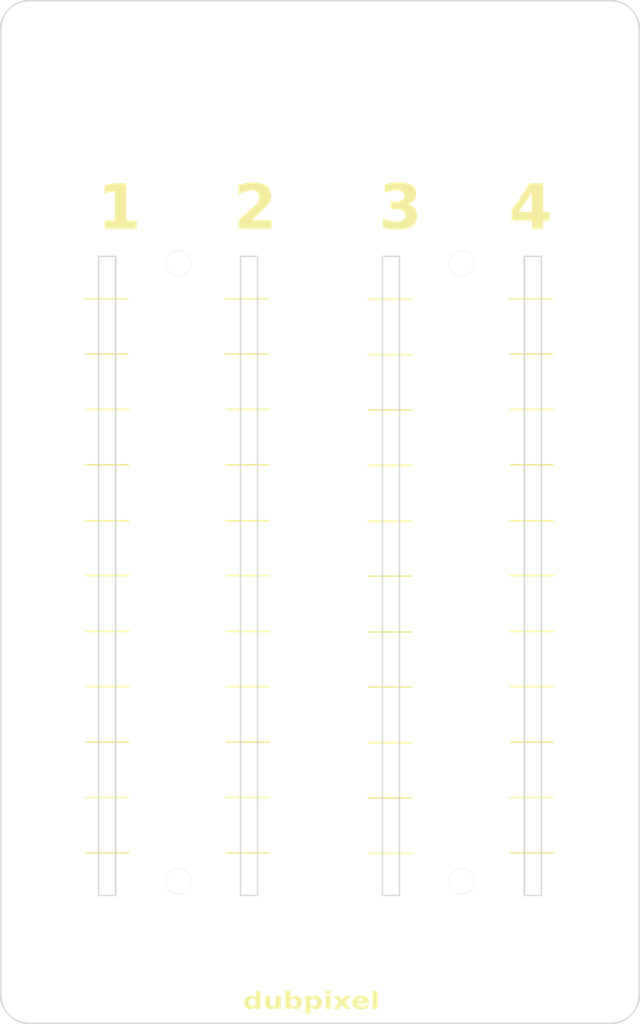
<source format=kicad_pcb>
(kicad_pcb (version 20240108) (generator "pcbnew") (generator_version "8.0")
  (layers (0 "F.Cu" signal) (31 "B.Cu" signal) (34 "B.Paste" user) (35 "F.Paste" user) (36 "B.SilkS" user "B.Silkscreen") (37 "F.SilkS" user "F.Silkscreen") (38 "B.Mask" user) (39 "F.Mask" user) (44 "Edge.Cuts" user))
  (net 0 "")
  (footprint "MountingHole:MountingHole_4.3mm_M4_ISO14580" (layer "F.Cu") (at 59.45 60.85)
    (property "Reference" "REF**" (hide yes))
    (property "Value" "MountingHole_4.3mm_M4_ISO14580")
    (pad "" np_thru_hole circle (at 0 0) (size 4.3 4.3) (drill 4.3) (layers "*.Cu" "*.Mask"))
  )
  (footprint "MountingHole:MountingHole_4.3mm_M4_ISO14580" (layer "F.Cu") (at 110.25 171.3)
    (property "Reference" "REF**" (hide yes))
    (property "Value" "MountingHole_4.3mm_M4_ISO14580")
    (pad "" np_thru_hole circle (at 0 0) (size 4.3 4.3) (drill 4.3) (layers "*.Cu" "*.Mask"))
  )
  (footprint "MountingHole:MountingHole_4.3mm_M4_ISO14580" (layer "F.Cu") (at 110.25 60.85)
    (property "Reference" "REF**" (hide yes))
    (property "Value" "MountingHole_4.3mm_M4_ISO14580")
    (pad "" np_thru_hole circle (at 0 0) (size 4.3 4.3) (drill 4.3) (layers "*.Cu" "*.Mask"))
  )
  (footprint "MountingHole:MountingHole_4.3mm_M4_ISO14580" (layer "F.Cu") (at 59.45 171.35)
    (property "Reference" "REF**" (hide yes))
    (property "Value" "MountingHole_4.3mm_M4_ISO14580")
    (pad "" np_thru_hole circle (at 0 0) (size 4.3 4.3) (drill 4.3) (layers "*.Cu" "*.Mask"))
  )
  (gr_line (start 42.95 86.95) (end 50.65 86.95) (stroke (width 0.3)) (layer "F.SilkS"))
  (gr_line (start 93.5 106.95) (end 101.2 106.95) (stroke (width 0.3)) (layer "F.SilkS"))
  (gr_line (start 118.95 166.25) (end 126.65 166.25) (stroke (width 0.3)) (layer "F.SilkS"))
  (gr_line (start 68 106.85) (end 75.7 106.85) (stroke (width 0.3)) (layer "F.SilkS"))
  (gr_line (start 68.1 126.65) (end 75.8 126.65) (stroke (width 0.3)) (layer "F.SilkS"))
  (gr_line (start 93.45 67.25) (end 101.15 67.25) (stroke (width 0.3)) (layer "F.SilkS"))
  (gr_line (start 67.95 77.05) (end 75.65 77.05) (stroke (width 0.3)) (layer "F.SilkS"))
  (gr_line (start 42.95 146.45) (end 50.65 146.45) (stroke (width 0.3)) (layer "F.SilkS"))
  (gr_line (start 118.85 156.35) (end 126.55 156.35) (stroke (width 0.3)) (layer "F.SilkS"))
  (gr_line (start 118.8 67.15) (end 126.5 67.15) (stroke (width 0.3)) (layer "F.SilkS"))
  (gr_line (start 42.85 156.35) (end 50.55 156.35) (stroke (width 0.3)) (layer "F.SilkS"))
  (gr_line (start 93.5 96.95) (end 101.2 96.95) (stroke (width 0.3)) (layer "F.SilkS"))
  (gr_line (start 93.6 146.55) (end 101.3 146.55) (stroke (width 0.3)) (layer "F.SilkS"))
  (gr_line (start 118.85 106.85) (end 126.55 106.85) (stroke (width 0.3)) (layer "F.SilkS"))
  (gr_line (start 68 96.85) (end 75.7 96.85) (stroke (width 0.3)) (layer "F.SilkS"))
  (gr_line (start 118.95 146.45) (end 126.65 146.45) (stroke (width 0.3)) (layer "F.SilkS"))
  (gr_line (start 93.6 87.05) (end 101.3 87.05) (stroke (width 0.3)) (layer "F.SilkS"))
  (gr_line (start 118.95 126.65) (end 126.65 126.65) (stroke (width 0.3)) (layer "F.SilkS"))
  (gr_line (start 118.85 96.85) (end 126.55 96.85) (stroke (width 0.3)) (layer "F.SilkS"))
  (gr_line (start 42.95 116.65) (end 50.65 116.65) (stroke (width 0.3)) (layer "F.SilkS"))
  (gr_line (start 118.95 116.65) (end 126.65 116.65) (stroke (width 0.3)) (layer "F.SilkS"))
  (gr_line (start 42.95 166.25) (end 50.65 166.25) (stroke (width 0.3)) (layer "F.SilkS"))
  (gr_line (start 42.8 67.15) (end 50.5 67.15) (stroke (width 0.3)) (layer "F.SilkS"))
  (gr_line (start 93.6 116.75) (end 101.3 116.75) (stroke (width 0.3)) (layer "F.SilkS"))
  (gr_line (start 42.85 96.85) (end 50.55 96.85) (stroke (width 0.3)) (layer "F.SilkS"))
  (gr_line (start 42.95 136.5) (end 50.65 136.5) (stroke (width 0.3)) (layer "F.SilkS"))
  (gr_line (start 93.6 126.75) (end 101.3 126.75) (stroke (width 0.3)) (layer "F.SilkS"))
  (gr_line (start 67.95 67.15) (end 75.65 67.15) (stroke (width 0.3)) (layer "F.SilkS"))
  (gr_line (start 68.1 166.25) (end 75.8 166.25) (stroke (width 0.3)) (layer "F.SilkS"))
  (gr_line (start 118.8 77.05) (end 126.5 77.05) (stroke (width 0.3)) (layer "F.SilkS"))
  (gr_line (start 68.1 146.45) (end 75.8 146.45) (stroke (width 0.3)) (layer "F.SilkS"))
  (gr_line (start 93.6 166.35) (end 101.3 166.35) (stroke (width 0.3)) (layer "F.SilkS"))
  (gr_line (start 42.95 126.65) (end 50.65 126.65) (stroke (width 0.3)) (layer "F.SilkS"))
  (gr_line (start 93.45 77.15) (end 101.15 77.15) (stroke (width 0.3)) (layer "F.SilkS"))
  (gr_line (start 118.95 136.5) (end 126.65 136.5) (stroke (width 0.3)) (layer "F.SilkS"))
  (gr_line (start 93.6 136.6) (end 101.3 136.6) (stroke (width 0.3)) (layer "F.SilkS"))
  (gr_line (start 68.1 86.95) (end 75.8 86.95) (stroke (width 0.3)) (layer "F.SilkS"))
  (gr_line (start 42.85 106.85) (end 50.55 106.85) (stroke (width 0.3)) (layer "F.SilkS"))
  (gr_line (start 68.1 116.65) (end 75.8 116.65) (stroke (width 0.3)) (layer "F.SilkS"))
  (gr_line (start 68 156.35) (end 75.7 156.35) (stroke (width 0.3)) (layer "F.SilkS"))
  (gr_line (start 93.5 156.45) (end 101.2 156.45) (stroke (width 0.3)) (layer "F.SilkS"))
  (gr_line (start 68.1 136.5) (end 75.8 136.5) (stroke (width 0.3)) (layer "F.SilkS"))
  (gr_line (start 118.95 86.95) (end 126.65 86.95) (stroke (width 0.3)) (layer "F.SilkS"))
  (gr_line (start 42.8 77.05) (end 50.5 77.05) (stroke (width 0.3)) (layer "F.SilkS"))
  (gr_line (start 45.226 173.87) (end 48.274 173.87) (stroke (width 0.254)) (layer "Edge.Cuts"))
  (gr_arc (start 32.78 196.73) (mid 29.187898 195.242102) (end 27.7 191.65) (stroke (width 0.254)) (layer "Edge.Cuts"))
  (gr_line (start 48.274 173.87) (end 48.274 59.57) (stroke (width 0.254)) (layer "Edge.Cuts"))
  (gr_line (start 73.674 59.57) (end 70.626 59.57) (stroke (width 0.254)) (layer "Edge.Cuts"))
  (gr_line (start 99.074 59.57) (end 96.026 59.57) (stroke (width 0.254)) (layer "Edge.Cuts"))
  (gr_line (start 96.026 173.87) (end 99.074 173.87) (stroke (width 0.254)) (layer "Edge.Cuts"))
  (gr_line (start 121.426 173.87) (end 124.474 173.87) (stroke (width 0.254)) (layer "Edge.Cuts"))
  (gr_line (start 73.674 173.87) (end 73.674 59.57) (stroke (width 0.254)) (layer "Edge.Cuts"))
  (gr_line (start 48.274 59.57) (end 45.226 59.57) (stroke (width 0.254)) (layer "Edge.Cuts"))
  (gr_line (start 136.92 196.73) (end 32.78 196.73) (stroke (width 0.254)) (layer "Edge.Cuts"))
  (gr_line (start 45.226 59.57) (end 45.226 173.87) (stroke (width 0.254)) (layer "Edge.Cuts"))
  (gr_line (start 70.626 173.87) (end 73.674 173.87) (stroke (width 0.254)) (layer "Edge.Cuts"))
  (gr_line (start 142 18.93) (end 142 191.65) (stroke (width 0.254)) (layer "Edge.Cuts"))
  (gr_line (start 99.074 173.87) (end 99.074 59.57) (stroke (width 0.254)) (layer "Edge.Cuts"))
  (gr_arc (start 27.7 18.93) (mid 29.187898 15.337898) (end 32.78 13.85) (stroke (width 0.254)) (layer "Edge.Cuts"))
  (gr_line (start 121.426 59.57) (end 121.426 173.87) (stroke (width 0.254)) (layer "Edge.Cuts"))
  (gr_line (start 70.626 59.57) (end 70.626 173.87) (stroke (width 0.254)) (layer "Edge.Cuts"))
  (gr_line (start 27.7 191.65) (end 27.7 18.93) (stroke (width 0.254)) (layer "Edge.Cuts"))
  (gr_arc (start 142 191.65) (mid 140.512102 195.242102) (end 136.92 196.73) (stroke (width 0.254)) (layer "Edge.Cuts"))
  (gr_line (start 124.474 59.57) (end 121.426 59.57) (stroke (width 0.254)) (layer "Edge.Cuts"))
  (gr_line (start 32.78 13.85) (end 136.92 13.85) (stroke (width 0.254)) (layer "Edge.Cuts"))
  (gr_line (start 96.026 59.57) (end 96.026 173.87) (stroke (width 0.254)) (layer "Edge.Cuts"))
  (gr_line (start 124.474 173.87) (end 124.474 59.57) (stroke (width 0.254)) (layer "Edge.Cuts"))
  (gr_arc (start 136.92 13.85) (mid 140.512102 15.337898) (end 142 18.93) (stroke (width 0.254)) (layer "Edge.Cuts"))
  (gr_text "3" (at 95.35 56 0) (layer "F.SilkS") (effects (font (size 8 8) (thickness 0.3) (bold yes)) (justify left bottom)))
  (gr_text "2" (at 69.35 56 0) (layer "F.SilkS") (effects (font (size 8 8) (thickness 0.3) (bold yes)) (justify left bottom)))
  (gr_text "dubpixel" (at 83.3 194.65 0) (layer "F.SilkS") (effects (font (size 3 3.6) (thickness 0.3) (bold yes)) (justify bottom)))
  (gr_text "1" (at 45 56 0) (layer "F.SilkS") (effects (font (size 8 8) (thickness 0.3) (bold yes)) (justify left bottom)))
  (gr_text "4" (at 118.65 56 0) (layer "F.SilkS") (effects (font (size 8 8) (thickness 0.3) (bold yes)) (justify left bottom)))
  (via (at 110.25 60.84) (size 4.57201) (drill 4.572) (layers "F.Cu" "B.Cu") (net 0))
  (via (at 59.45 171.33) (size 4.57201) (drill 4.572) (layers "F.Cu" "B.Cu") (net 0))
  (via (at 59.45 60.84) (size 4.57201) (drill 4.572) (layers "F.Cu" "B.Cu") (net 0))
  (via (at 110.25 171.33) (size 4.57201) (drill 4.572) (layers "F.Cu" "B.Cu") (net 0))
)
</source>
